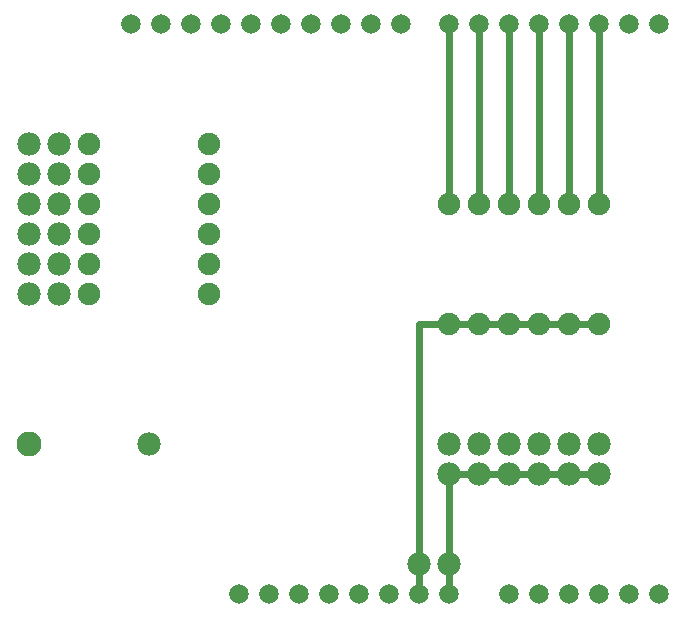
<source format=gbl>
G04 MADE WITH FRITZING*
G04 WWW.FRITZING.ORG*
G04 DOUBLE SIDED*
G04 HOLES PLATED*
G04 CONTOUR ON CENTER OF CONTOUR VECTOR*
%ASAXBY*%
%FSLAX23Y23*%
%MOIN*%
%OFA0B0*%
%SFA1.0B1.0*%
%ADD10C,0.065278*%
%ADD11C,0.075000*%
%ADD12C,0.078000*%
%ADD13C,0.083307*%
%ADD14C,0.024000*%
%LNCOPPER0*%
G90*
G70*
G54D10*
X2099Y110D03*
X2199Y110D03*
X2299Y110D03*
X2399Y110D03*
X2499Y110D03*
X1639Y2010D03*
X1539Y2010D03*
X1439Y2010D03*
X1339Y2010D03*
X1239Y2010D03*
X1139Y2010D03*
X1039Y2010D03*
X939Y2010D03*
X839Y2010D03*
X739Y2010D03*
X2499Y2010D03*
X2399Y2010D03*
X2299Y2010D03*
X2199Y2010D03*
X2099Y2010D03*
X1999Y2010D03*
X1899Y2010D03*
X1799Y2010D03*
X1199Y110D03*
X1099Y110D03*
X1299Y110D03*
X1399Y110D03*
X1499Y110D03*
X1599Y110D03*
X1699Y110D03*
X1799Y110D03*
X1999Y110D03*
G54D11*
X1799Y1010D03*
X1799Y1410D03*
X1899Y1010D03*
X1899Y1410D03*
X1999Y1010D03*
X1999Y1410D03*
X2099Y1010D03*
X2099Y1410D03*
X2199Y1010D03*
X2199Y1410D03*
X2299Y1010D03*
X2299Y1410D03*
X999Y1610D03*
X599Y1610D03*
X999Y1510D03*
X599Y1510D03*
X999Y1410D03*
X599Y1410D03*
X999Y1310D03*
X599Y1310D03*
X999Y1210D03*
X599Y1210D03*
X999Y1110D03*
X599Y1110D03*
G54D12*
X399Y1110D03*
X499Y1110D03*
X399Y1210D03*
X499Y1210D03*
X399Y1310D03*
X499Y1310D03*
X399Y1410D03*
X499Y1410D03*
X399Y1510D03*
X499Y1510D03*
X399Y1610D03*
X499Y1610D03*
X2299Y610D03*
X2299Y510D03*
X2199Y610D03*
X2199Y510D03*
X2099Y610D03*
X2099Y510D03*
X1999Y610D03*
X1999Y510D03*
X1899Y610D03*
X1899Y510D03*
X1799Y610D03*
X1799Y510D03*
G54D13*
X399Y610D03*
G54D12*
X799Y610D03*
X1799Y210D03*
X1699Y210D03*
G54D14*
X2299Y1439D02*
X2299Y1979D01*
D02*
X2199Y1439D02*
X2199Y1979D01*
D02*
X2099Y1439D02*
X2099Y1979D01*
D02*
X1999Y1979D02*
X1999Y1439D01*
D02*
X1899Y1979D02*
X1899Y1439D01*
D02*
X1799Y1979D02*
X1799Y1439D01*
D02*
X2199Y1012D02*
X2200Y1039D01*
D02*
X2270Y1011D02*
X2199Y1012D01*
D02*
X2127Y1010D02*
X2170Y1010D01*
D02*
X2027Y1010D02*
X2070Y1010D01*
D02*
X1927Y1010D02*
X1970Y1010D01*
D02*
X1827Y1010D02*
X1870Y1010D01*
D02*
X1799Y480D02*
X1799Y241D01*
D02*
X1700Y1011D02*
X1699Y241D01*
D02*
X1770Y1011D02*
X1700Y1011D01*
D02*
X1829Y510D02*
X1869Y510D01*
D02*
X1929Y510D02*
X1969Y510D01*
D02*
X2029Y510D02*
X2069Y510D01*
D02*
X2129Y510D02*
X2169Y510D01*
D02*
X2229Y510D02*
X2269Y510D01*
D02*
X1699Y180D02*
X1699Y142D01*
D02*
X1799Y180D02*
X1799Y142D01*
G04 End of Copper0*
M02*
</source>
